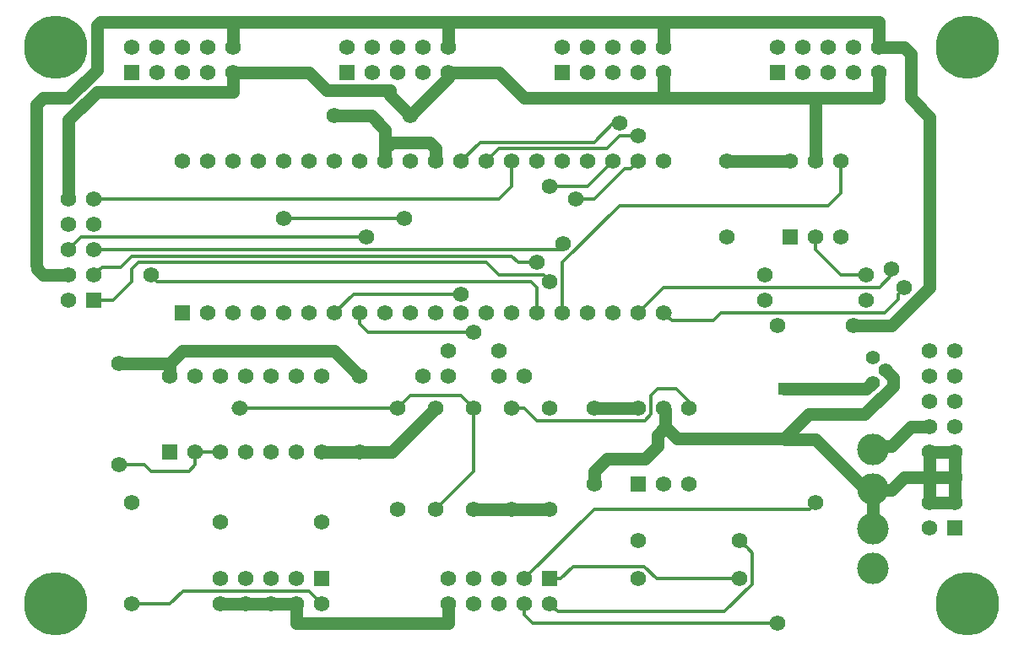
<source format=gbl>
G04 #@! TF.FileFunction,Copper,L2,Bot,Signal*
%FSLAX46Y46*%
G04 Gerber Fmt 4.6, Leading zero omitted, Abs format (unit mm)*
G04 Created by KiCad (PCBNEW (2016-03-22 BZR 6643, Git db8c72c)-product) date 3/23/2016 7:44:00 PM*
%MOMM*%
G01*
G04 APERTURE LIST*
%ADD10C,0.100000*%
%ADD11C,6.350000*%
%ADD12C,1.574800*%
%ADD13R,1.574800X1.574800*%
%ADD14R,1.300000X1.300000*%
%ADD15C,1.300000*%
%ADD16C,3.175000*%
%ADD17C,1.397000*%
%ADD18C,1.270000*%
%ADD19C,0.304800*%
G04 APERTURE END LIST*
D10*
D11*
X166370000Y-57150000D03*
X166370000Y-113030000D03*
X74930000Y-113030000D03*
D12*
X109220000Y-103505000D03*
X109220000Y-93345000D03*
X156210000Y-82550000D03*
X146050000Y-82550000D03*
X143510000Y-110490000D03*
X133350000Y-110490000D03*
X124460000Y-103505000D03*
X124460000Y-93345000D03*
X120650000Y-103505000D03*
X120650000Y-93345000D03*
X81280000Y-88900000D03*
X81280000Y-99060000D03*
X91440000Y-104775000D03*
X101600000Y-104775000D03*
X82550000Y-102870000D03*
X82550000Y-113030000D03*
X87630000Y-68580000D03*
D13*
X87630000Y-83820000D03*
D12*
X90170000Y-68580000D03*
X90170000Y-83820000D03*
X92710000Y-68580000D03*
X92710000Y-83820000D03*
X95250000Y-68580000D03*
X95250000Y-83820000D03*
X97790000Y-68580000D03*
X97790000Y-83820000D03*
X100330000Y-68580000D03*
X100330000Y-83820000D03*
X102870000Y-68580000D03*
X102870000Y-83820000D03*
X105410000Y-68580000D03*
X105410000Y-83820000D03*
X107950000Y-68580000D03*
X107950000Y-83820000D03*
X110490000Y-68580000D03*
X110490000Y-83820000D03*
X113030000Y-68580000D03*
X113030000Y-83820000D03*
X115570000Y-68580000D03*
X115570000Y-83820000D03*
X118110000Y-68580000D03*
X118110000Y-83820000D03*
X120650000Y-68580000D03*
X120650000Y-83820000D03*
X123190000Y-68580000D03*
X123190000Y-83820000D03*
X125730000Y-68580000D03*
X125730000Y-83820000D03*
X128270000Y-68580000D03*
X128270000Y-83820000D03*
X130810000Y-68580000D03*
X130810000Y-83820000D03*
X133350000Y-68580000D03*
X133350000Y-83820000D03*
X135890000Y-68580000D03*
X135890000Y-83820000D03*
X148590000Y-68580000D03*
D13*
X148590000Y-76200000D03*
D12*
X151130000Y-68580000D03*
X151130000Y-76200000D03*
X153670000Y-68580000D03*
X153670000Y-76200000D03*
X133350000Y-93345000D03*
D13*
X133350000Y-100965000D03*
D12*
X135890000Y-93345000D03*
X135890000Y-100965000D03*
X138430000Y-93345000D03*
X138430000Y-100965000D03*
X86360000Y-90170000D03*
D13*
X86360000Y-97790000D03*
D12*
X88900000Y-90170000D03*
X88900000Y-97790000D03*
X91440000Y-90170000D03*
X91440000Y-97790000D03*
X93980000Y-90170000D03*
X93980000Y-97790000D03*
X96520000Y-90170000D03*
X96520000Y-97790000D03*
X99060000Y-90170000D03*
X99060000Y-97790000D03*
X101600000Y-90170000D03*
X101600000Y-97790000D03*
X146050000Y-80010000D03*
X156210000Y-80010000D03*
X116840000Y-103505000D03*
X116840000Y-93345000D03*
X113030000Y-103505000D03*
X113030000Y-93345000D03*
X133350000Y-106680000D03*
X143510000Y-106680000D03*
X154940000Y-85090000D03*
X147320000Y-85090000D03*
X128905000Y-93345000D03*
X128905000Y-100965000D03*
X142240000Y-68580000D03*
X142240000Y-76200000D03*
X105410000Y-90170000D03*
X105410000Y-97790000D03*
X102870000Y-64008000D03*
X110490000Y-64008000D03*
D14*
X147955000Y-91440000D03*
D15*
X147955000Y-96440000D03*
D11*
X74930000Y-57150000D03*
D12*
X119380000Y-90170000D03*
X121920000Y-90170000D03*
X114300000Y-90170000D03*
X111760000Y-90170000D03*
X119380000Y-87630000D03*
X114300000Y-87630000D03*
D16*
X156845000Y-97561400D03*
X156845000Y-101523800D03*
X156845000Y-105486200D03*
X156845000Y-109448600D03*
D17*
X156845000Y-88265000D03*
X158115000Y-89535000D03*
X156845000Y-90805000D03*
D13*
X82550000Y-59690000D03*
D12*
X82550000Y-57150000D03*
X85090000Y-59690000D03*
X85090000Y-57150000D03*
X87630000Y-59690000D03*
X87630000Y-57150000D03*
X90170000Y-59690000D03*
X90170000Y-57150000D03*
X92710000Y-59690000D03*
X92710000Y-57150000D03*
D13*
X104140000Y-59690000D03*
D12*
X104140000Y-57150000D03*
X106680000Y-59690000D03*
X106680000Y-57150000D03*
X109220000Y-59690000D03*
X109220000Y-57150000D03*
X111760000Y-59690000D03*
X111760000Y-57150000D03*
X114300000Y-59690000D03*
X114300000Y-57150000D03*
D13*
X125730000Y-59690000D03*
D12*
X125730000Y-57150000D03*
X128270000Y-59690000D03*
X128270000Y-57150000D03*
X130810000Y-59690000D03*
X130810000Y-57150000D03*
X133350000Y-59690000D03*
X133350000Y-57150000D03*
X135890000Y-59690000D03*
X135890000Y-57150000D03*
D13*
X147320000Y-59690000D03*
D12*
X147320000Y-57150000D03*
X149860000Y-59690000D03*
X149860000Y-57150000D03*
X152400000Y-59690000D03*
X152400000Y-57150000D03*
X154940000Y-59690000D03*
X154940000Y-57150000D03*
X157480000Y-59690000D03*
X157480000Y-57150000D03*
D13*
X101600000Y-110490000D03*
D12*
X101600000Y-113030000D03*
X99060000Y-110490000D03*
X99060000Y-113030000D03*
X96520000Y-110490000D03*
X96520000Y-113030000D03*
X93980000Y-110490000D03*
X93980000Y-113030000D03*
X91440000Y-110490000D03*
X91440000Y-113030000D03*
D13*
X124460000Y-110490000D03*
D12*
X124460000Y-113030000D03*
X121920000Y-110490000D03*
X121920000Y-113030000D03*
X119380000Y-110490000D03*
X119380000Y-113030000D03*
X116840000Y-110490000D03*
X116840000Y-113030000D03*
X114300000Y-110490000D03*
X114300000Y-113030000D03*
D13*
X78740000Y-82550000D03*
D12*
X76200000Y-82550000D03*
X78740000Y-80010000D03*
X76200000Y-80010000D03*
X78740000Y-77470000D03*
X76200000Y-77470000D03*
X78740000Y-74930000D03*
X76200000Y-74930000D03*
X78740000Y-72390000D03*
X76200000Y-72390000D03*
D13*
X165100000Y-105410000D03*
D12*
X162560000Y-105410000D03*
X165100000Y-102870000D03*
X162560000Y-102870000D03*
X165100000Y-100330000D03*
X162560000Y-100330000D03*
X165100000Y-97790000D03*
X162560000Y-97790000D03*
X165100000Y-95250000D03*
X162560000Y-95250000D03*
X165100000Y-92710000D03*
X162560000Y-92710000D03*
X165100000Y-90170000D03*
X162560000Y-90170000D03*
X165100000Y-87630000D03*
X162560000Y-87630000D03*
X158750000Y-79375000D03*
X160020000Y-81280000D03*
X124409220Y-80645000D03*
X123190000Y-78740000D03*
X125802428Y-76907428D03*
X106045000Y-76200000D03*
X127021638Y-72390000D03*
X124460000Y-71120000D03*
X133350000Y-66040000D03*
X131445000Y-64770000D03*
X109855000Y-74295000D03*
X97790000Y-74295000D03*
X115570000Y-81915000D03*
X116840000Y-85725000D03*
X93345000Y-93345000D03*
X84455000Y-80010000D03*
X147320000Y-114935000D03*
X151130000Y-102870000D03*
D18*
X113030000Y-93345000D02*
X108585000Y-97790000D01*
X108585000Y-97790000D02*
X105410000Y-97790000D01*
X157480000Y-62230000D02*
X151130000Y-62230000D01*
X151130000Y-62230000D02*
X135890000Y-62230000D01*
X151130000Y-68580000D02*
X151130000Y-62230000D01*
X101600000Y-97790000D02*
X105410000Y-97790000D01*
X114300000Y-114935000D02*
X114300000Y-113030000D01*
X99060000Y-114935000D02*
X114300000Y-114935000D01*
X99060000Y-113030000D02*
X99060000Y-114935000D01*
X96520000Y-113030000D02*
X99060000Y-113030000D01*
X93345000Y-113030000D02*
X93980000Y-113030000D01*
X91440000Y-113030000D02*
X93345000Y-113030000D01*
X93345000Y-113030000D02*
X96520000Y-113030000D01*
X76200000Y-72390000D02*
X76200000Y-64457116D01*
X76200000Y-64457116D02*
X79062116Y-61595000D01*
X92710000Y-61595000D02*
X92710000Y-59690000D01*
X79062116Y-61595000D02*
X92710000Y-61595000D01*
X157480000Y-59690000D02*
X157480000Y-62230000D01*
X121920000Y-62230000D02*
X119380000Y-59690000D01*
X119380000Y-59690000D02*
X114300000Y-59690000D01*
X135890000Y-62230000D02*
X121920000Y-62230000D01*
X135890000Y-59690000D02*
X135890000Y-62230000D01*
X114300000Y-59690000D02*
X114300000Y-60198000D01*
X114300000Y-60198000D02*
X110490000Y-64008000D01*
X92710000Y-59690000D02*
X100330000Y-59690000D01*
X100330000Y-59690000D02*
X102057201Y-61417201D01*
X102057201Y-61417201D02*
X108407201Y-61417201D01*
X108407201Y-61417201D02*
X108407201Y-61925201D01*
X108407201Y-61925201D02*
X110490000Y-64008000D01*
X156033562Y-93980000D02*
X150415000Y-93980000D01*
X150415000Y-93980000D02*
X147955000Y-96440000D01*
X158115000Y-89535000D02*
X158876999Y-90296999D01*
X158876999Y-90296999D02*
X158876999Y-91136563D01*
X158876999Y-91136563D02*
X156033562Y-93980000D01*
X128905000Y-100965000D02*
X128905000Y-99695000D01*
X135255000Y-96045000D02*
X136050000Y-95250000D01*
X135255000Y-97155000D02*
X135255000Y-96045000D01*
X133985000Y-98425000D02*
X135255000Y-97155000D01*
X130175000Y-98425000D02*
X133985000Y-98425000D01*
X128905000Y-99695000D02*
X130175000Y-98425000D01*
X162560000Y-100330000D02*
X160020000Y-100330000D01*
X158750000Y-101600000D02*
X156921200Y-101600000D01*
X160020000Y-100330000D02*
X158750000Y-101600000D01*
X156921200Y-101600000D02*
X156845000Y-101523800D01*
X147955000Y-96440000D02*
X137240000Y-96440000D01*
X137240000Y-96440000D02*
X136050000Y-95250000D01*
X136050000Y-95250000D02*
X136050000Y-93505000D01*
X136050000Y-93505000D02*
X135890000Y-93345000D01*
X156845000Y-105486200D02*
X156845000Y-101523800D01*
X156845000Y-101523800D02*
X156286200Y-100965000D01*
X156286200Y-100965000D02*
X155575000Y-100965000D01*
X155575000Y-100965000D02*
X153670000Y-99060000D01*
X153670000Y-99060000D02*
X151130000Y-96520000D01*
X151130000Y-96520000D02*
X148035000Y-96520000D01*
X148035000Y-96520000D02*
X147955000Y-96440000D01*
X157403800Y-106045000D02*
X156845000Y-105486200D01*
X165100000Y-102870000D02*
X162560000Y-102870000D01*
X162560000Y-102870000D02*
X162560000Y-100965000D01*
X162560000Y-100965000D02*
X162560000Y-97790000D01*
X165100000Y-97790000D02*
X165100000Y-102870000D01*
X165100000Y-100330000D02*
X162560000Y-100330000D01*
X165100000Y-97790000D02*
X162560000Y-97790000D01*
D19*
X157530799Y-81229201D02*
X158750000Y-80010000D01*
X158750000Y-80010000D02*
X158750000Y-79375000D01*
X136625582Y-81280000D02*
X145415000Y-81280000D01*
X145415000Y-81280000D02*
X145465799Y-81229201D01*
X145465799Y-81229201D02*
X157530799Y-81229201D01*
X133350000Y-83820000D02*
X135890000Y-81280000D01*
X135890000Y-81280000D02*
X136625582Y-81280000D01*
X159385000Y-82448402D02*
X159385000Y-81915000D01*
X159385000Y-81915000D02*
X160020000Y-81280000D01*
X158064201Y-83769201D02*
X159385000Y-82448402D01*
X141605000Y-83820000D02*
X141655799Y-83769201D01*
X141655799Y-83769201D02*
X158064201Y-83769201D01*
X140817601Y-84607399D02*
X141605000Y-83820000D01*
X135890000Y-83820000D02*
X136677399Y-84607399D01*
X136677399Y-84607399D02*
X140817601Y-84607399D01*
X136525000Y-83820000D02*
X135890000Y-83820000D01*
D18*
X154940000Y-85090000D02*
X158750000Y-85090000D01*
X158750000Y-85090000D02*
X162560000Y-81280000D01*
X162560000Y-81280000D02*
X162560000Y-64135000D01*
X162560000Y-64135000D02*
X160655000Y-62230000D01*
X160655000Y-62230000D02*
X160655000Y-57785000D01*
X160655000Y-57785000D02*
X160020000Y-57150000D01*
X160020000Y-57150000D02*
X157480000Y-57150000D01*
X79044801Y-54940199D02*
X79375000Y-54610000D01*
X76200000Y-80010000D02*
X73660000Y-80010000D01*
X73660000Y-80010000D02*
X73025000Y-79375000D01*
X72954895Y-78810105D02*
X72954895Y-62935105D01*
X73025000Y-79375000D02*
X72954895Y-78810105D01*
X72954895Y-62935105D02*
X73660000Y-62230000D01*
X73660000Y-62230000D02*
X76200000Y-62230000D01*
X79044801Y-59385199D02*
X79044801Y-54940199D01*
X76200000Y-62230000D02*
X79044801Y-59385199D01*
X79375000Y-54610000D02*
X92710000Y-54610000D01*
X92710000Y-54610000D02*
X114300000Y-54610000D01*
X92710000Y-57150000D02*
X92710000Y-54610000D01*
X114300000Y-54610000D02*
X135890000Y-54610000D01*
X114300000Y-57150000D02*
X114300000Y-54610000D01*
X135890000Y-54610000D02*
X135890000Y-57150000D01*
X157480000Y-54610000D02*
X135890000Y-54610000D01*
X157480000Y-57150000D02*
X157480000Y-54610000D01*
X81280000Y-88900000D02*
X86360000Y-88900000D01*
X142240000Y-68580000D02*
X148590000Y-68580000D01*
X116840000Y-103505000D02*
X120650000Y-103505000D01*
X120650000Y-103505000D02*
X124460000Y-103505000D01*
X102870000Y-64008000D02*
X106553000Y-64008000D01*
X107950000Y-65405000D02*
X107950000Y-68580000D01*
X106553000Y-64008000D02*
X107950000Y-65405000D01*
X107950000Y-68580000D02*
X107950000Y-67310000D01*
X107950000Y-67310000D02*
X108585000Y-66675000D01*
X108585000Y-66675000D02*
X112395000Y-66675000D01*
X112395000Y-66675000D02*
X113030000Y-67310000D01*
X113030000Y-67310000D02*
X113030000Y-68580000D01*
X105410000Y-90170000D02*
X102870000Y-87630000D01*
X102870000Y-87630000D02*
X87630000Y-87630000D01*
X87630000Y-87630000D02*
X86360000Y-88900000D01*
X86360000Y-88900000D02*
X86360000Y-90170000D01*
X128905000Y-93345000D02*
X133350000Y-93345000D01*
D19*
X123799610Y-80035390D02*
X124409220Y-80645000D01*
X119380000Y-80010000D02*
X119405390Y-80035390D01*
X119405390Y-80035390D02*
X123799610Y-80035390D01*
X118110000Y-78740000D02*
X119380000Y-80010000D01*
X83185000Y-78740000D02*
X118110000Y-78740000D01*
X82550000Y-79375000D02*
X83185000Y-78740000D01*
X82550000Y-80645000D02*
X82550000Y-79375000D01*
X80645000Y-82550000D02*
X82550000Y-80645000D01*
X78740000Y-82550000D02*
X80645000Y-82550000D01*
X121285000Y-78740000D02*
X123190000Y-78740000D01*
X120650000Y-78105000D02*
X121285000Y-78740000D01*
X82550000Y-78105000D02*
X120650000Y-78105000D01*
X81432399Y-79222601D02*
X82550000Y-78105000D01*
X78740000Y-80010000D02*
X79527399Y-79222601D01*
X79527399Y-79222601D02*
X81432399Y-79222601D01*
X125730000Y-77470000D02*
X125730000Y-76979856D01*
X125730000Y-76979856D02*
X125802428Y-76907428D01*
X78740000Y-77470000D02*
X125730000Y-77470000D01*
X77470000Y-76200000D02*
X76200000Y-77470000D01*
X106045000Y-76200000D02*
X77470000Y-76200000D01*
X120650000Y-71120000D02*
X120650000Y-68580000D01*
X119380000Y-72390000D02*
X120650000Y-71120000D01*
X78740000Y-72390000D02*
X119380000Y-72390000D01*
X128905000Y-72390000D02*
X127000000Y-72390000D01*
X129540000Y-71755000D02*
X128905000Y-72390000D01*
X131927601Y-69367399D02*
X129540000Y-71755000D01*
X133350000Y-68580000D02*
X132562601Y-69367399D01*
X132562601Y-69367399D02*
X131927601Y-69367399D01*
X128270000Y-71120000D02*
X130810000Y-68580000D01*
X124460000Y-71120000D02*
X128270000Y-71120000D01*
X131445000Y-66040000D02*
X133350000Y-66040000D01*
X130175000Y-67310000D02*
X131445000Y-66040000D01*
X119380000Y-67310000D02*
X130175000Y-67310000D01*
X118110000Y-68580000D02*
X119380000Y-67310000D01*
X130810000Y-64770000D02*
X131445000Y-64770000D01*
X128905000Y-66675000D02*
X130810000Y-64770000D01*
X117475000Y-66675000D02*
X128905000Y-66675000D01*
X115570000Y-68580000D02*
X117475000Y-66675000D01*
X97790000Y-74295000D02*
X109855000Y-74295000D01*
X102870000Y-83820000D02*
X104775000Y-81915000D01*
X104775000Y-81915000D02*
X115570000Y-81915000D01*
X106201449Y-85725000D02*
X116840000Y-85725000D01*
X105410000Y-83820000D02*
X105410000Y-84933551D01*
X105410000Y-84933551D02*
X106201449Y-85725000D01*
X113030000Y-103505000D02*
X116840000Y-99695000D01*
X116840000Y-99695000D02*
X116840000Y-93345000D01*
X109220000Y-93345000D02*
X92710000Y-93345000D01*
X92710000Y-93345000D02*
X93345000Y-93345000D01*
X116840000Y-93345000D02*
X115570000Y-92075000D01*
X110490000Y-92075000D02*
X109220000Y-93345000D01*
X115570000Y-92075000D02*
X110490000Y-92075000D01*
X153670000Y-68580000D02*
X153670000Y-71755000D01*
X125730000Y-78740000D02*
X125730000Y-83820000D01*
X131445000Y-73025000D02*
X125730000Y-78740000D01*
X152400000Y-73025000D02*
X131445000Y-73025000D01*
X153670000Y-71755000D02*
X152400000Y-73025000D01*
X120650000Y-93345000D02*
X121920000Y-93345000D01*
X137160000Y-91440000D02*
X138430000Y-92710000D01*
X135255000Y-91440000D02*
X137160000Y-91440000D01*
X134620000Y-92075000D02*
X135255000Y-91440000D01*
X134620000Y-93980000D02*
X134620000Y-92075000D01*
X133985000Y-94615000D02*
X134620000Y-93980000D01*
X133350000Y-94615000D02*
X133985000Y-94615000D01*
X123190000Y-94615000D02*
X133350000Y-94615000D01*
X121920000Y-93345000D02*
X123190000Y-94615000D01*
X138430000Y-92710000D02*
X138430000Y-93345000D01*
X138430000Y-93345000D02*
X138430000Y-92710000D01*
X81280000Y-99060000D02*
X83820000Y-99060000D01*
X88900000Y-99060000D02*
X88900000Y-97790000D01*
X88265000Y-99695000D02*
X88900000Y-99060000D01*
X84455000Y-99695000D02*
X88265000Y-99695000D01*
X83820000Y-99060000D02*
X84455000Y-99695000D01*
X88900000Y-97790000D02*
X91440000Y-97790000D01*
X123190000Y-81280000D02*
X123190000Y-83820000D01*
X122555000Y-80645000D02*
X123190000Y-81280000D01*
X85090000Y-80645000D02*
X122555000Y-80645000D01*
X84455000Y-80010000D02*
X85090000Y-80645000D01*
D18*
X156210000Y-91440000D02*
X156845000Y-90805000D01*
X162560000Y-95250000D02*
X160655000Y-95250000D01*
X158750000Y-97155000D02*
X157251400Y-97155000D01*
X160655000Y-95250000D02*
X158750000Y-97155000D01*
X157251400Y-97155000D02*
X156845000Y-97561400D01*
X162560000Y-95250000D02*
X161925000Y-95250000D01*
X147955000Y-91440000D02*
X156210000Y-91440000D01*
D19*
X122711449Y-114935000D02*
X147320000Y-114935000D01*
X121920000Y-113030000D02*
X121920000Y-114143551D01*
X121920000Y-114143551D02*
X122711449Y-114935000D01*
X151130000Y-76200000D02*
X151130000Y-77470000D01*
X153670000Y-80010000D02*
X156210000Y-80010000D01*
X151130000Y-77470000D02*
X153670000Y-80010000D01*
X124460000Y-113030000D02*
X125247399Y-113817399D01*
X125247399Y-113817399D02*
X141987019Y-113817399D01*
X141987019Y-113817399D02*
X144729201Y-111075217D01*
X144729201Y-111075217D02*
X144729201Y-107899201D01*
X144729201Y-107899201D02*
X144297399Y-107467399D01*
X144297399Y-107467399D02*
X143510000Y-106680000D01*
X128905000Y-103505000D02*
X150495000Y-103505000D01*
X150495000Y-103505000D02*
X151130000Y-102870000D01*
X121920000Y-110490000D02*
X128905000Y-103505000D01*
X143510000Y-110490000D02*
X135154418Y-110490000D01*
X135154418Y-110490000D02*
X133935217Y-109270799D01*
X133935217Y-109270799D02*
X126771401Y-109270799D01*
X125552200Y-110490000D02*
X124460000Y-110490000D01*
X126771401Y-109270799D02*
X125552200Y-110490000D01*
X101600000Y-113030000D02*
X100279201Y-111709201D01*
X100279201Y-111709201D02*
X87680799Y-111709201D01*
X87680799Y-111709201D02*
X86360000Y-113030000D01*
X86360000Y-113030000D02*
X82550000Y-113030000D01*
M02*

</source>
